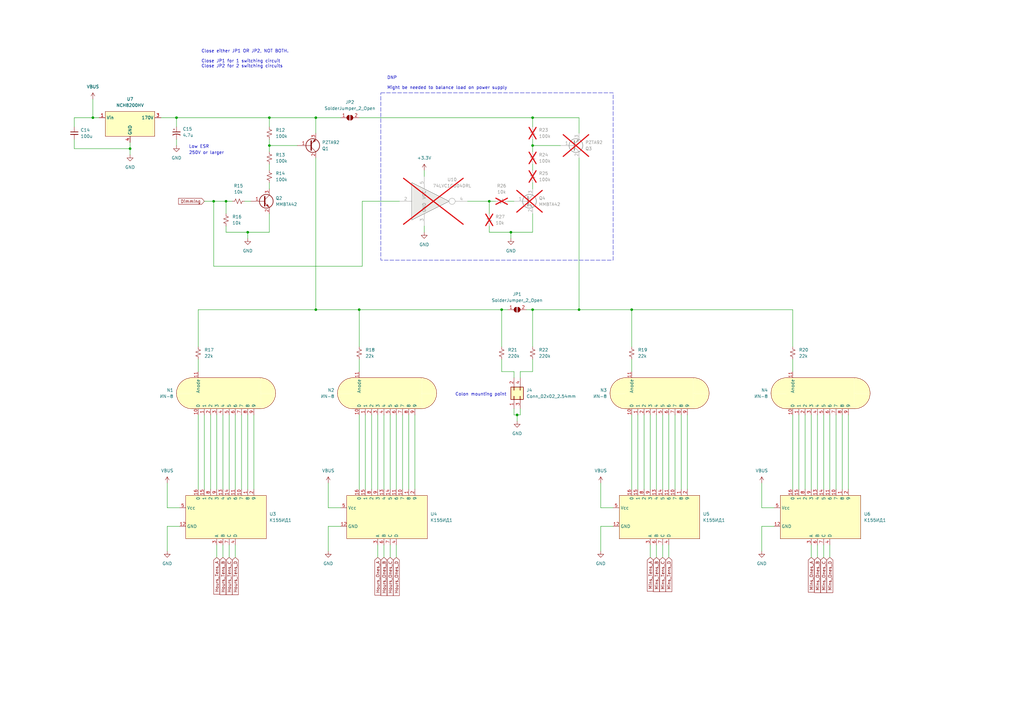
<source format=kicad_sch>
(kicad_sch (version 20230121) (generator eeschema)
  (paper "A3")
  (title_block (title "Nixie Tube Clock") (rev "2.0"))
  (lib_symbols
    (symbol "0_My_Symbols:NCH8200HV"
      (property "Reference" "U" (at 2.54 -2.54 0))
      (property "Value" "NCH8200HV" (at 2.54 -5.08 0))
      (symbol "NCH8200HV_1_1"
        (rectangle (start 2.54 -7.62) (end 22.86 -17.78) (fill (type background)))
        (pin power_in line (at 0 -10.16 0) (length 2.54) (name "Vin") (number "1"))
        (pin power_out line (at 12.7 -20.32 90) (length 2.54) hide (name "GND") (number "2"))
        (pin power_out line (at 25.4 -10.16 180) (length 2.54) (name "170V") (number "3"))
        (pin power_out line (at 12.7 -20.32 90) (length 2.54) (name "GND") (number "4"))
      )
    )
    (symbol "0_My_Symbols:ИN-8"
      (property "Reference" "N" (at 12.7 2.54 0))
      (property "Value" "ИN-8" (at 12.7 5.08 0))
      (symbol "ИN-8_1_1"
        (arc (start -19.05 -6.35) (mid -17.1887 -10.8387) (end -12.7 -12.7) (fill (type background)))
        (arc (start -12.7 0) (mid -17.1865 -1.8635) (end -19.05 -6.35) (fill (type background)))
        (rectangle (start -12.7 0) (end 15.24 -12.7) (stroke (width -0.0001)) (fill (type background)))
        (polyline (pts (xy 15.24 -12.7) (xy -12.7 -12.7)))
        (polyline (pts (xy 15.24 0) (xy -12.7 0)))
        (arc (start 15.24 -12.7) (mid 19.7286 -10.8386) (end 21.59 -6.35) (fill (type background)))
        (arc (start 21.59 -6.35) (mid 19.7287 -1.8613) (end 15.24 0) (fill (type background)))
        (pin output line (at -7.62 -15.24 90) (length 2.54) (name "1") (number "1"))
        (pin output line (at -10.16 -15.24 90) (length 2.54) (name "0") (number "10"))
        (pin input line (at -10.16 2.54 270) (length 2.54) (name "Anode") (number "11"))
        (pin output line (at -5.08 -15.24 90) (length 2.54) (name "2") (number "2"))
        (pin output line (at -2.54 -15.24 90) (length 2.54) (name "3") (number "3"))
        (pin output line (at 0 -15.24 90) (length 2.54) (name "4") (number "4"))
        (pin output line (at 2.54 -15.24 90) (length 2.54) (name "5") (number "5"))
        (pin output line (at 5.08 -15.24 90) (length 2.54) (name "6") (number "6"))
        (pin output line (at 7.62 -15.24 90) (length 2.54) (name "7") (number "7"))
        (pin output line (at 10.16 -15.24 90) (length 2.54) (name "8") (number "8"))
        (pin output line (at 12.7 -15.24 90) (length 2.54) (name "9") (number "9"))
      )
    )
    (symbol "0_My_Symbols:К155ИД1"
      (property "Reference" "U" (at 33.02 -10.16 0))
      (property "Value" "К155ИД1" (at 33.02 -12.7 0))
      (symbol "К155ИД1_1_1"
        (rectangle (start -2.54 -12.7) (end 30.48 -30.48) (fill (type background)))
        (pin input line (at 22.86 -10.16 270) (length 2.54) (name "8") (number "1"))
        (pin input line (at 20.32 -10.16 270) (length 2.54) (name "7") (number "10"))
        (pin input line (at 17.78 -10.16 270) (length 2.54) (name "6") (number "11"))
        (pin power_out line (at -5.08 -25.4 0) (length 2.54) (name "GND") (number "12"))
        (pin input line (at 12.7 -10.16 270) (length 2.54) (name "4") (number "13"))
        (pin input line (at 15.24 -10.16 270) (length 2.54) (name "5") (number "14"))
        (pin input line (at 5.08 -10.16 270) (length 2.54) (name "1") (number "15"))
        (pin input line (at 2.54 -10.16 270) (length 2.54) (name "0") (number "16"))
        (pin input line (at 25.4 -10.16 270) (length 2.54) (name "9") (number "2"))
        (pin input line (at 10.16 -33.02 90) (length 2.54) (name "A") (number "3"))
        (pin input line (at 17.78 -33.02 90) (length 2.54) (name "D") (number "4"))
        (pin power_in line (at -5.08 -17.78 0) (length 2.54) (name "Vcc") (number "5"))
        (pin input line (at 12.7 -33.02 90) (length 2.54) (name "B") (number "6"))
        (pin input line (at 15.24 -33.02 90) (length 2.54) (name "C") (number "7"))
        (pin input line (at 7.62 -10.16 270) (length 2.54) (name "2") (number "8"))
        (pin input line (at 10.16 -10.16 270) (length 2.54) (name "3") (number "9"))
      )
    )
    (symbol "74xGxx:74LVC1GU04DRL"
      (property "Reference" "U" (at -5.08 10.16 0))
      (property "Value" "74LVC1GU04DRL" (at 17.78 10.16 0))
      (symbol "74LVC1GU04DRL_0_1"
        (rectangle (start -5.08 7.62) (end -5.08 -7.62) (stroke (width 0.254)) (fill (type background)))
        (polyline (pts (xy -5.08 -7.62) (xy 10.16 0) (xy -5.08 7.62)) (stroke (width 0.254)) (fill (type background)))
        (circle (center 11.43 0) (radius 1.27))
      )
      (symbol "74LVC1GU04DRL_1_1"
        (pin no_connect line (at 10.16 0 180) (length 5.08) hide (name "NC") (number "1"))
        (pin input line (at -10.16 0 0) (length 5.08) (name "~") (number "2"))
        (pin power_in line (at 0 -10.16 90) (length 5.08) (name "GND") (number "3"))
        (pin output line (at 17.78 0 180) (length 5.08) (name "~") (number "4"))
        (pin power_in line (at 0 10.16 270) (length 5.08) (name "VCC") (number "5"))
      )
    )
    (symbol "Connector_Generic:Conn_02x02_Odd_Even" (pin_names (offset 1.016) hide)
      (property "Reference" "J" (at 1.27 2.54 0))
      (property "Value" "Conn_02x02_Odd_Even" (at 1.27 -5.08 0))
      (symbol "Conn_02x02_Odd_Even_1_1"
        (rectangle (start -1.27 -2.413) (end 0 -2.667) (stroke (width 0.1524)))
        (rectangle (start -1.27 0.127) (end 0 -0.127) (stroke (width 0.1524)))
        (rectangle (start -1.27 1.27) (end 3.81 -3.81) (stroke (width 0.254)) (fill (type background)))
        (rectangle (start 3.81 -2.413) (end 2.54 -2.667) (stroke (width 0.1524)))
        (rectangle (start 3.81 0.127) (end 2.54 -0.127) (stroke (width 0.1524)))
        (pin passive line (at -5.08 0 0) (length 3.81) (name "Pin_1") (number "1"))
        (pin passive line (at 7.62 0 180) (length 3.81) (name "Pin_2") (number "2"))
        (pin passive line (at -5.08 -2.54 0) (length 3.81) (name "Pin_3") (number "3"))
        (pin passive line (at 7.62 -2.54 180) (length 3.81) (name "Pin_4") (number "4"))
      )
    )
    (symbol "Device:C_Polarized_Small_US" (pin_numbers hide) (pin_names (offset 0.254) hide)
      (property "Reference" "C" (at 0.254 1.778 0))
      (property "Value" "C_Polarized_Small_US" (at 0.254 -2.032 0))
      (symbol "C_Polarized_Small_US_0_1"
        (polyline (pts (xy -1.524 0.508) (xy 1.524 0.508)) (stroke (width 0.3048)))
        (polyline (pts (xy -1.27 1.524) (xy -0.762 1.524)))
        (polyline (pts (xy -1.016 1.27) (xy -1.016 1.778)))
        (arc (start 1.524 -0.762) (mid 0 -0.3734) (end -1.524 -0.762) (stroke (width 0.3048)))
      )
      (symbol "C_Polarized_Small_US_1_1"
        (pin passive line (at 0 2.54 270) (length 2.032) (name "~") (number "1"))
        (pin passive line (at 0 -2.54 90) (length 2.032) (name "~") (number "2"))
      )
    )
    (symbol "Device:C_Small" (pin_numbers hide) (pin_names (offset 0.254) hide)
      (property "Reference" "C" (at 0.254 1.778 0))
      (property "Value" "C_Small" (at 0.254 -2.032 0))
      (symbol "C_Small_0_1"
        (polyline (pts (xy -1.524 -0.508) (xy 1.524 -0.508)) (stroke (width 0.3302)))
        (polyline (pts (xy -1.524 0.508) (xy 1.524 0.508)) (stroke (width 0.3048)))
      )
      (symbol "C_Small_1_1"
        (pin passive line (at 0 2.54 270) (length 2.032) (name "~") (number "1"))
        (pin passive line (at 0 -2.54 90) (length 2.032) (name "~") (number "2"))
      )
    )
    (symbol "Device:R_Small_US" (pin_numbers hide) (pin_names (offset 0.254) hide)
      (property "Reference" "R" (at 0.762 0.508 0))
      (property "Value" "R_Small_US" (at 0.762 -1.016 0))
      (symbol "R_Small_US_1_1"
        (polyline (pts (xy 0 0) (xy 1.016 -0.381) (xy 0 -0.762) (xy -1.016 -1.143) (xy 0 -1.524)))
        (polyline (pts (xy 0 1.524) (xy 1.016 1.143) (xy 0 0.762) (xy -1.016 0.381) (xy 0 0)))
        (pin passive line (at 0 2.54 270) (length 1.016) (name "~") (number "1"))
        (pin passive line (at 0 -2.54 90) (length 1.016) (name "~") (number "2"))
      )
    )
    (symbol "Jumper:SolderJumper_2_Open" (pin_names (offset 0) hide)
      (property "Reference" "JP" (at 0 2.032 0))
      (property "Value" "SolderJumper_2_Open" (at 0 -2.54 0))
      (symbol "SolderJumper_2_Open_0_1"
        (arc (start -0.254 1.016) (mid -1.2656 0) (end -0.254 -1.016))
        (arc (start -0.254 1.016) (mid -1.2656 0) (end -0.254 -1.016) (fill (type outline)))
        (polyline (pts (xy -0.254 1.016) (xy -0.254 -1.016)))
        (polyline (pts (xy 0.254 1.016) (xy 0.254 -1.016)))
        (arc (start 0.254 -1.016) (mid 1.2656 0) (end 0.254 1.016))
        (arc (start 0.254 -1.016) (mid 1.2656 0) (end 0.254 1.016) (fill (type outline)))
      )
      (symbol "SolderJumper_2_Open_1_1"
        (pin passive line (at -3.81 0 0) (length 2.54) (name "A") (number "1"))
        (pin passive line (at 3.81 0 180) (length 2.54) (name "B") (number "2"))
      )
    )
    (symbol "Transistor_BJT:MMBTA42" (pin_names (offset 0) hide)
      (property "Reference" "Q" (at 5.08 1.905 0))
      (property "Value" "MMBTA42" (at 5.08 0 0))
      (symbol "MMBTA42_0_1"
        (polyline (pts (xy 0 0) (xy 0.635 0)))
        (polyline (pts (xy 0.635 0.635) (xy 2.54 2.54)))
        (polyline (pts (xy 0.635 -0.635) (xy 2.54 -2.54) (xy 2.54 -2.54)))
        (polyline (pts (xy 0.635 1.905) (xy 0.635 -1.905) (xy 0.635 -1.905)) (stroke (width 0.508)))
        (polyline (pts (xy 1.27 -1.778) (xy 1.778 -1.27) (xy 2.286 -2.286) (xy 1.27 -1.778) (xy 1.27 -1.778)) (fill (type outline)))
        (circle (center 1.27 0) (radius 2.8194) (stroke (width 0.254)))
      )
      (symbol "MMBTA42_1_1"
        (pin input line (at -5.08 0 0) (length 5.08) (name "B") (number "1"))
        (pin passive line (at 2.54 -5.08 90) (length 2.54) (name "E") (number "2"))
        (pin passive line (at 2.54 5.08 270) (length 2.54) (name "C") (number "3"))
      )
    )
    (symbol "Transistor_BJT:PZTA92" (pin_names (offset 0) hide)
      (property "Reference" "Q" (at 5.08 1.905 0))
      (property "Value" "PZTA92" (at 5.08 0 0))
      (symbol "PZTA92_0_1"
        (polyline (pts (xy 0 0) (xy 0.635 0)))
        (polyline (pts (xy 2.54 -2.54) (xy 0.635 -0.635)))
        (polyline (pts (xy 2.54 2.54) (xy 0.635 0.635)))
        (polyline (pts (xy 0.635 1.905) (xy 0.635 -1.905) (xy 0.635 -1.905)) (stroke (width 0.508)) (fill (type outline)))
        (polyline (pts (xy 1.905 -2.413) (xy 2.413 -1.905) (xy 1.397 -1.397) (xy 1.905 -2.413) (xy 1.905 -2.413)) (fill (type outline)))
        (circle (center 1.27 0) (radius 2.8194) (stroke (width 0.254)))
      )
      (symbol "PZTA92_1_1"
        (pin input line (at -5.08 0 0) (length 5.08) (name "B") (number "1"))
        (pin passive line (at 2.54 5.08 270) (length 2.54) (name "C") (number "2"))
        (pin passive line (at 2.54 -5.08 90) (length 2.54) (name "E") (number "3"))
      )
    )
    (symbol "power:+3.3V" (power) (pin_names (offset 0))
      (property "Value" "+3.3V" (at 0 3.556 0))
      (symbol "+3.3V_0_1"
        (polyline (pts (xy -0.762 1.27) (xy 0 2.54)))
        (polyline (pts (xy 0 0) (xy 0 2.54)))
        (polyline (pts (xy 0 2.54) (xy 0.762 1.27)))
      )
      (symbol "+3.3V_1_1"
        (pin power_in line (at 0 0 90) (length 0) hide (name "+3.3V") (number "1"))
      )
    )
    (symbol "power:GND" (power) (pin_names (offset 0))
      (property "Value" "GND" (at 0 -3.81 0))
      (symbol "GND_0_1"
        (polyline (pts (xy 0 0) (xy 0 -1.27) (xy 1.27 -1.27) (xy 0 -2.54) (xy -1.27 -1.27) (xy 0 -1.27)))
      )
      (symbol "GND_1_1"
        (pin power_in line (at 0 0 270) (length 0) hide (name "GND") (number "1"))
      )
    )
    (symbol "power:VBUS" (power) (pin_names (offset 0))
      (property "Value" "VBUS" (at 0 3.81 0))
      (symbol "VBUS_0_1"
        (polyline (pts (xy -0.762 1.27) (xy 0 2.54)))
        (polyline (pts (xy 0 0) (xy 0 2.54)))
        (polyline (pts (xy 0 2.54) (xy 0.762 1.27)))
      )
      (symbol "VBUS_1_1"
        (pin power_in line (at 0 0 90) (length 0) hide (name "VBUS") (number "1"))
      )
    )
  )
  (junction (at 147.32 127))
  (junction (at 53.34 60.96))
  (junction (at 209.55 95.25))
  (junction (at 101.6 95.25))
  (junction (at 205.74 127))
  (junction (at 218.44 59.69))
  (junction (at 110.49 59.69))
  (junction (at 259.08 127))
  (junction (at 129.54 127))
  (junction (at 218.44 48.26))
  (junction (at 237.49 127))
  (junction (at 200.66 82.55))
  (junction (at 212.09 170.18))
  (junction (at 129.54 48.26))
  (junction (at 38.1 48.26))
  (junction (at 92.71 82.55))
  (junction (at 110.49 48.26))
  (junction (at 218.44 127))
  (junction (at 87.63 82.55))
  (junction (at 72.39 48.26))
  (wire (pts (xy 274.32 223.52) (xy 274.32 228.6)))
  (wire (pts (xy 91.44 170.18) (xy 91.44 200.66)))
  (wire (pts (xy 330.2 170.18) (xy 330.2 200.66)))
  (wire (pts (xy 38.1 48.26) (xy 38.1 40.64)))
  (wire (pts (xy 96.52 223.52) (xy 96.52 228.6)))
  (wire (pts (xy 53.34 58.42) (xy 53.34 60.96)))
  (wire (pts (xy 92.71 82.55) (xy 92.71 87.63)))
  (wire (pts (xy 134.62 198.12) (xy 134.62 208.28)))
  (wire (pts (xy 110.49 48.26) (xy 110.49 52.07)))
  (wire (pts (xy 325.12 170.18) (xy 325.12 200.66)))
  (wire (pts (xy 72.39 48.26) (xy 110.49 48.26)))
  (wire (pts (xy 96.52 170.18) (xy 96.52 200.66)))
  (wire (pts (xy 335.28 170.18) (xy 335.28 200.66)))
  (wire (pts (xy 87.63 109.22) (xy 87.63 82.55)))
  (wire (pts (xy 218.44 67.31) (xy 218.44 69.85)))
  (wire (pts (xy 147.32 48.26) (xy 218.44 48.26)))
  (wire (pts (xy 100.33 82.55) (xy 102.87 82.55)))
  (wire (pts (xy 73.66 208.28) (xy 68.58 208.28)))
  (wire (pts (xy 259.08 170.18) (xy 259.08 200.66)))
  (wire (pts (xy 148.59 82.55) (xy 148.59 109.22)))
  (wire (pts (xy 218.44 87.63) (xy 218.44 95.25)))
  (wire (pts (xy 83.82 82.55) (xy 87.63 82.55)))
  (wire (pts (xy 40.64 48.26) (xy 38.1 48.26)))
  (wire (pts (xy 88.9 170.18) (xy 88.9 200.66)))
  (wire (pts (xy 218.44 59.69) (xy 218.44 62.23)))
  (wire (pts (xy 259.08 142.24) (xy 259.08 127)))
  (wire (pts (xy 212.09 170.18) (xy 212.09 172.72)))
  (wire (pts (xy 160.02 170.18) (xy 160.02 200.66)))
  (wire (pts (xy 269.24 223.52) (xy 269.24 228.6)))
  (wire (pts (xy 340.36 170.18) (xy 340.36 200.66)))
  (wire (pts (xy 30.48 48.26) (xy 38.1 48.26)))
  (wire (pts (xy 68.58 215.9) (xy 68.58 226.06)))
  (wire (pts (xy 210.82 170.18) (xy 212.09 170.18)))
  (wire (pts (xy 209.55 95.25) (xy 200.66 95.25)))
  (wire (pts (xy 110.49 67.31) (xy 110.49 69.85)))
  (wire (pts (xy 110.49 59.69) (xy 110.49 62.23)))
  (wire (pts (xy 68.58 198.12) (xy 68.58 208.28)))
  (wire (pts (xy 129.54 127) (xy 81.28 127)))
  (wire (pts (xy 129.54 48.26) (xy 129.54 54.61)))
  (wire (pts (xy 200.66 95.25) (xy 200.66 92.71)))
  (wire (pts (xy 210.82 152.4) (xy 205.74 152.4)))
  (wire (pts (xy 274.32 170.18) (xy 274.32 200.66)))
  (wire (pts (xy 167.64 170.18) (xy 167.64 200.66)))
  (wire (pts (xy 104.14 170.18) (xy 104.14 200.66)))
  (wire (pts (xy 251.46 215.9) (xy 246.38 215.9)))
  (wire (pts (xy 237.49 127) (xy 259.08 127)))
  (wire (pts (xy 208.28 82.55) (xy 210.82 82.55)))
  (wire (pts (xy 317.5 208.28) (xy 312.42 208.28)))
  (wire (pts (xy 129.54 48.26) (xy 139.7 48.26)))
  (wire (pts (xy 81.28 170.18) (xy 81.28 200.66)))
  (wire (pts (xy 162.56 170.18) (xy 162.56 200.66)))
  (wire (pts (xy 266.7 223.52) (xy 266.7 228.6)))
  (wire (pts (xy 101.6 95.25) (xy 101.6 97.79)))
  (wire (pts (xy 30.48 57.15) (xy 30.48 60.96)))
  (wire (pts (xy 86.36 170.18) (xy 86.36 200.66)))
  (wire (pts (xy 325.12 127) (xy 325.12 142.24)))
  (wire (pts (xy 205.74 142.24) (xy 205.74 127)))
  (wire (pts (xy 218.44 127) (xy 237.49 127)))
  (wire (pts (xy 237.49 64.77) (xy 237.49 127)))
  (wire (pts (xy 205.74 147.32) (xy 205.74 152.4)))
  (wire (pts (xy 218.44 48.26) (xy 237.49 48.26)))
  (wire (pts (xy 271.78 223.52) (xy 271.78 228.6)))
  (wire (pts (xy 72.39 48.26) (xy 72.39 52.07)))
  (wire (pts (xy 101.6 170.18) (xy 101.6 200.66)))
  (wire (pts (xy 139.7 215.9) (xy 134.62 215.9)))
  (wire (pts (xy 215.9 127) (xy 218.44 127)))
  (wire (pts (xy 340.36 223.52) (xy 340.36 228.6)))
  (wire (pts (xy 218.44 74.93) (xy 218.44 77.47)))
  (wire (pts (xy 210.82 154.94) (xy 210.82 152.4)))
  (wire (pts (xy 229.87 59.69) (xy 218.44 59.69)))
  (wire (pts (xy 129.54 127) (xy 147.32 127)))
  (wire (pts (xy 95.25 82.55) (xy 92.71 82.55)))
  (wire (pts (xy 121.92 59.69) (xy 110.49 59.69)))
  (wire (pts (xy 93.98 170.18) (xy 93.98 200.66)))
  (wire (pts (xy 91.44 223.52) (xy 91.44 228.6)))
  (wire (pts (xy 81.28 127) (xy 81.28 142.24)))
  (wire (pts (xy 129.54 64.77) (xy 129.54 127)))
  (wire (pts (xy 134.62 215.9) (xy 134.62 226.06)))
  (wire (pts (xy 203.2 82.55) (xy 200.66 82.55)))
  (wire (pts (xy 327.66 170.18) (xy 327.66 200.66)))
  (wire (pts (xy 87.63 82.55) (xy 92.71 82.55)))
  (wire (pts (xy 246.38 215.9) (xy 246.38 226.06)))
  (wire (pts (xy 110.49 48.26) (xy 129.54 48.26)))
  (wire (pts (xy 110.49 74.93) (xy 110.49 77.47)))
  (wire (pts (xy 276.86 170.18) (xy 276.86 200.66)))
  (wire (pts (xy 325.12 147.32) (xy 325.12 152.4)))
  (wire (pts (xy 101.6 95.25) (xy 92.71 95.25)))
  (wire (pts (xy 212.09 170.18) (xy 213.36 170.18)))
  (wire (pts (xy 83.82 170.18) (xy 83.82 200.66)))
  (wire (pts (xy 66.04 48.26) (xy 72.39 48.26)))
  (wire (pts (xy 213.36 167.64) (xy 213.36 170.18)))
  (wire (pts (xy 88.9 223.52) (xy 88.9 228.6)))
  (wire (pts (xy 101.6 95.25) (xy 110.49 95.25)))
  (wire (pts (xy 213.36 152.4) (xy 218.44 152.4)))
  (wire (pts (xy 163.83 82.55) (xy 148.59 82.55)))
  (wire (pts (xy 279.4 170.18) (xy 279.4 200.66)))
  (wire (pts (xy 147.32 147.32) (xy 147.32 152.4)))
  (wire (pts (xy 154.94 170.18) (xy 154.94 200.66)))
  (wire (pts (xy 149.86 170.18) (xy 149.86 200.66)))
  (wire (pts (xy 191.77 82.55) (xy 200.66 82.55)))
  (wire (pts (xy 213.36 154.94) (xy 213.36 152.4)))
  (wire (pts (xy 259.08 147.32) (xy 259.08 152.4)))
  (wire (pts (xy 337.82 223.52) (xy 337.82 228.6)))
  (wire (pts (xy 160.02 223.52) (xy 160.02 228.6)))
  (wire (pts (xy 317.5 215.9) (xy 312.42 215.9)))
  (wire (pts (xy 261.62 170.18) (xy 261.62 200.66)))
  (wire (pts (xy 218.44 48.26) (xy 218.44 52.07)))
  (wire (pts (xy 345.44 170.18) (xy 345.44 200.66)))
  (wire (pts (xy 110.49 87.63) (xy 110.49 95.25)))
  (wire (pts (xy 312.42 215.9) (xy 312.42 226.06)))
  (wire (pts (xy 154.94 223.52) (xy 154.94 228.6)))
  (wire (pts (xy 200.66 82.55) (xy 200.66 87.63)))
  (wire (pts (xy 157.48 223.52) (xy 157.48 228.6)))
  (wire (pts (xy 173.99 69.85) (xy 173.99 72.39)))
  (wire (pts (xy 148.59 109.22) (xy 87.63 109.22)))
  (wire (pts (xy 30.48 60.96) (xy 53.34 60.96)))
  (wire (pts (xy 237.49 48.26) (xy 237.49 54.61)))
  (wire (pts (xy 139.7 208.28) (xy 134.62 208.28)))
  (wire (pts (xy 53.34 63.5) (xy 53.34 60.96)))
  (wire (pts (xy 93.98 223.52) (xy 93.98 228.6)))
  (wire (pts (xy 92.71 95.25) (xy 92.71 92.71)))
  (wire (pts (xy 162.56 223.52) (xy 162.56 228.6)))
  (wire (pts (xy 269.24 170.18) (xy 269.24 200.66)))
  (wire (pts (xy 264.16 170.18) (xy 264.16 200.66)))
  (wire (pts (xy 342.9 170.18) (xy 342.9 200.66)))
  (wire (pts (xy 147.32 170.18) (xy 147.32 200.66)))
  (wire (pts (xy 218.44 59.69) (xy 218.44 57.15)))
  (wire (pts (xy 281.94 170.18) (xy 281.94 200.66)))
  (wire (pts (xy 332.74 223.52) (xy 332.74 228.6)))
  (wire (pts (xy 210.82 167.64) (xy 210.82 170.18)))
  (wire (pts (xy 30.48 52.07) (xy 30.48 48.26)))
  (wire (pts (xy 312.42 198.12) (xy 312.42 208.28)))
  (wire (pts (xy 337.82 170.18) (xy 337.82 200.66)))
  (wire (pts (xy 170.18 170.18) (xy 170.18 200.66)))
  (wire (pts (xy 73.66 215.9) (xy 68.58 215.9)))
  (wire (pts (xy 209.55 95.25) (xy 209.55 97.79)))
  (wire (pts (xy 152.4 170.18) (xy 152.4 200.66)))
  (wire (pts (xy 347.98 170.18) (xy 347.98 200.66)))
  (wire (pts (xy 205.74 127) (xy 208.28 127)))
  (wire (pts (xy 147.32 127) (xy 147.32 142.24)))
  (wire (pts (xy 335.28 223.52) (xy 335.28 228.6)))
  (wire (pts (xy 99.06 170.18) (xy 99.06 200.66)))
  (wire (pts (xy 259.08 127) (xy 325.12 127)))
  (wire (pts (xy 173.99 92.71) (xy 173.99 95.25)))
  (wire (pts (xy 266.7 170.18) (xy 266.7 200.66)))
  (wire (pts (xy 251.46 208.28) (xy 246.38 208.28)))
  (wire (pts (xy 271.78 170.18) (xy 271.78 200.66)))
  (wire (pts (xy 147.32 127) (xy 205.74 127)))
  (wire (pts (xy 157.48 170.18) (xy 157.48 200.66)))
  (wire (pts (xy 72.39 57.15) (xy 72.39 59.69)))
  (wire (pts (xy 246.38 198.12) (xy 246.38 208.28)))
  (wire (pts (xy 209.55 95.25) (xy 218.44 95.25)))
  (wire (pts (xy 218.44 142.24) (xy 218.44 127)))
  (wire (pts (xy 165.1 170.18) (xy 165.1 200.66)))
  (wire (pts (xy 81.28 147.32) (xy 81.28 152.4)))
  (wire (pts (xy 332.74 170.18) (xy 332.74 200.66)))
  (wire (pts (xy 110.49 59.69) (xy 110.49 57.15)))
  (wire (pts (xy 218.44 147.32) (xy 218.44 152.4)))
  (rectangle (start 156.21 38.1) (end 251.46 106.68) (stroke (width 0) (type dash)))
  (text "Colon mounting point" (at 186.69 162.56 0) (effects (font (size 1.27 1.27)) (justify left bottom)))
  (text "250V or larger" (at 77.47 63.5 0) (effects (font (size 1.27 1.27)) (justify left bottom)))
  (text "Close either JP1 OR JP2, NOT BOTH.\n\nClose JP1 for 1 switching circuit\nClose JP2 for 2 switching circuits" (at 82.55 27.94 0) (effects (font (size 1.27 1.27)) (justify left bottom)))
  (text "DNP\n\nMight be needed to balance load on power supply" (at 158.75 36.83 0) (effects (font (size 1.27 1.27)) (justify left bottom)))
  (text "Low ESR" (at 77.47 60.96 0) (effects (font (size 1.27 1.27)) (justify left bottom)))
  (global_label "Mins_Tens_D" (shape input) (at 274.32 228.6 270) (property "Intersheetrefs" "${INTERSHEET_REFS}" (effects hide)))
  (global_label "Hours_Ones_C" (shape input) (at 160.02 228.6 270) (property "Intersheetrefs" "${INTERSHEET_REFS}" (effects hide)))
  (global_label "Mins_Ones_A" (shape input) (at 332.74 228.6 270) (property "Intersheetrefs" "${INTERSHEET_REFS}" (effects hide)))
  (global_label "Mins_Ones_C" (shape input) (at 337.82 228.6 270) (property "Intersheetrefs" "${INTERSHEET_REFS}" (effects hide)))
  (global_label "Hours_Tens_A" (shape input) (at 88.9 228.6 270) (property "Intersheetrefs" "${INTERSHEET_REFS}" (effects hide)))
  (global_label "Mins_Ones_D" (shape input) (at 340.36 228.6 270) (property "Intersheetrefs" "${INTERSHEET_REFS}" (effects hide)))
  (global_label "Mins_Tens_A" (shape input) (at 266.7 228.6 270) (property "Intersheetrefs" "${INTERSHEET_REFS}" (effects hide)))
  (global_label "Hours_Ones_A" (shape input) (at 154.94 228.6 270) (property "Intersheetrefs" "${INTERSHEET_REFS}" (effects hide)))
  (global_label "Mins_Ones_B" (shape input) (at 335.28 228.6 270) (property "Intersheetrefs" "${INTERSHEET_REFS}" (effects hide)))
  (global_label "Hours_Ones_B" (shape input) (at 157.48 228.6 270) (property "Intersheetrefs" "${INTERSHEET_REFS}" (effects hide)))
  (global_label "Hours_Tens_B" (shape input) (at 91.44 228.6 270) (property "Intersheetrefs" "${INTERSHEET_REFS}" (effects hide)))
  (global_label "Hours_Tens_C" (shape input) (at 93.98 228.6 270) (property "Intersheetrefs" "${INTERSHEET_REFS}" (effects hide)))
  (global_label "Dimming" (shape input) (at 83.82 82.55 180) (property "Intersheetrefs" "${INTERSHEET_REFS}" (effects hide)))
  (global_label "Mins_Tens_C" (shape input) (at 271.78 228.6 270) (property "Intersheetrefs" "${INTERSHEET_REFS}" (effects hide)))
  (global_label "Hours_Ones_D" (shape input) (at 162.56 228.6 270) (property "Intersheetrefs" "${INTERSHEET_REFS}" (effects hide)))
  (global_label "Hours_Tens_D" (shape input) (at 96.52 228.6 270) (property "Intersheetrefs" "${INTERSHEET_REFS}" (effects hide)))
  (global_label "Mins_Tens_B" (shape input) (at 269.24 228.6 270) (property "Intersheetrefs" "${INTERSHEET_REFS}" (effects hide)))
  (symbol (lib_id "Transistor_BJT:PZTA92") (at 234.95 59.69 0) (mirror x) (unit 1) (dnp yes)
    (property "Reference" "Q3" (at 240.03 60.96 0) (effects (justify left)))
    (property "Value" "PZTA92" (at 240.03 58.42 0) (effects (justify left)))
    (property "Footprint" "Package_TO_SOT_SMD:SOT-223-3_TabPin2" (effects hide))
    (property "Datasheet" "https://www.onsemi.com/pub/Collateral/PZTA92T1-D.PDF" (effects hide))
  )
  (symbol (lib_id "Device:R_Small_US") (at 110.49 72.39 0) (unit 1)
    (property "Reference" "R14" (at 113.03 71.12 0) (effects (justify left)))
    (property "Value" "100k" (at 113.03 73.66 0) (effects (justify left)))
  )
  (symbol (lib_id "Device:R_Small_US") (at 200.66 90.17 0) (unit 1) (dnp yes)
    (property "Reference" "R27" (at 203.2 88.9 0) (effects (justify left)))
    (property "Value" "10k" (at 203.2 91.44 0) (effects (justify left)))
  )
  (symbol (lib_id "power:GND") (at 173.99 95.25 0) (unit 1)
    (property "Reference" "#PWR04" (effects hide))
    (property "Value" "GND" (at 173.99 100.33 0))
    (instances (project "Nixie Clock v2" (path "" (reference "#PWR04") (unit 1)) (path "" (reference "#PWR04") (unit 1)) (path "" (reference "#PWR046") (unit 1))))
  )
  (symbol (lib_id "0_My_Symbols:К155ИД1") (at 256.54 190.5 0) (unit 1)
    (property "Reference" "U5" (at 288.29 210.82 0) (effects (justify left)))
    (property "Value" "К155ИД1" (at 288.29 213.36 0) (effects (justify left)))
  )
  (symbol (lib_id "power:GND") (at 101.6 97.79 0) (unit 1)
    (property "Reference" "#PWR04" (effects hide))
    (property "Value" "GND" (at 101.6 102.87 0))
    (instances (project "Nixie Clock v2" (path "" (reference "#PWR04") (unit 1)) (path "" (reference "#PWR04") (unit 1)) (path "" (reference "#PWR041") (unit 1))))
  )
  (symbol (lib_id "0_My_Symbols:К155ИД1") (at 322.58 190.5 0) (unit 1)
    (property "Reference" "U6" (at 354.33 210.82 0) (effects (justify left)))
    (property "Value" "К155ИД1" (at 354.33 213.36 0) (effects (justify left)))
  )
  (symbol (lib_id "power:VBUS") (at 68.58 198.12 0) (unit 1)
    (property "Reference" "#PWR010" (effects hide))
    (property "Value" "VBUS" (at 68.58 193.04 0))
    (instances (project "Nixie Clock v2" (path "" (reference "#PWR010") (unit 1)) (path "" (reference "#PWR010") (unit 1)) (path "" (reference "#PWR020") (unit 1))))
  )
  (symbol (lib_id "0_My_Symbols:К155ИД1") (at 144.78 190.5 0) (unit 1)
    (property "Reference" "U4" (at 176.53 210.82 0) (effects (justify left)))
    (property "Value" "К155ИД1" (at 176.53 213.36 0) (effects (justify left)))
  )
  (symbol (lib_id "Transistor_BJT:MMBTA42") (at 215.9 82.55 0) (unit 1) (dnp yes)
    (property "Reference" "Q4" (at 220.98 81.28 0) (effects (justify left)))
    (property "Value" "MMBTA42" (at 220.98 83.82 0) (effects (justify left)))
    (property "Footprint" "Package_TO_SOT_SMD:SOT-23" (effects hide))
    (property "Datasheet" "https://www.onsemi.com/pub/Collateral/MMBTA42LT1-D.PDF" (effects hide))
  )
  (symbol (lib_id "power:GND") (at 212.09 172.72 0) (unit 1)
    (property "Reference" "#PWR04" (effects hide))
    (property "Value" "GND" (at 212.09 177.8 0))
    (instances (project "Nixie Clock v2" (path "" (reference "#PWR04") (unit 1)) (path "" (reference "#PWR04") (unit 1)) (path "" (reference "#PWR044") (unit 1))))
  )
  (symbol (lib_id "Device:R_Small_US") (at 259.08 144.78 0) (unit 1)
    (property "Reference" "R19" (at 261.62 143.51 0) (effects (justify left)))
    (property "Value" "22k" (at 261.62 146.05 0) (effects (justify left)))
  )
  (symbol (lib_id "power:GND") (at 246.38 226.06 0) (unit 1)
    (property "Reference" "#PWR04" (effects hide))
    (property "Value" "GND" (at 246.38 231.14 0))
    (instances (project "Nixie Clock v2" (path "" (reference "#PWR04") (unit 1)) (path "" (reference "#PWR04") (unit 1)) (path "" (reference "#PWR025") (unit 1))))
  )
  (symbol (lib_id "power:GND") (at 209.55 97.79 0) (unit 1)
    (property "Reference" "#PWR04" (effects hide))
    (property "Value" "GND" (at 209.55 102.87 0))
    (instances (project "Nixie Clock v2" (path "" (reference "#PWR04") (unit 1)) (path "" (reference "#PWR04") (unit 1)) (path "" (reference "#PWR045") (unit 1))))
  )
  (symbol (lib_id "Device:R_Small_US") (at 81.28 144.78 0) (unit 1)
    (property "Reference" "R17" (at 83.82 143.51 0) (effects (justify left)))
    (property "Value" "22k" (at 83.82 146.05 0) (effects (justify left)))
  )
  (symbol (lib_id "power:VBUS") (at 312.42 198.12 0) (unit 1)
    (property "Reference" "#PWR010" (effects hide))
    (property "Value" "VBUS" (at 312.42 193.04 0))
    (instances (project "Nixie Clock v2" (path "" (reference "#PWR010") (unit 1)) (path "" (reference "#PWR010") (unit 1)) (path "" (reference "#PWR026") (unit 1))))
  )
  (symbol (lib_id "0_My_Symbols:ИN-8") (at 269.24 154.94 0) (unit 1)
    (property "Reference" "N3" (at 248.92 160.02 0) (effects (justify right)))
    (property "Value" "ИN-8" (at 248.92 162.56 0) (effects (justify right)))
  )
  (symbol (lib_id "Device:R_Small_US") (at 218.44 54.61 0) (unit 1) (dnp yes)
    (property "Reference" "R23" (at 220.98 53.34 0) (effects (justify left)))
    (property "Value" "100k" (at 220.98 55.88 0) (effects (justify left)))
  )
  (symbol (lib_id "Device:R_Small_US") (at 97.79 82.55 90) (unit 1)
    (property "Reference" "R15" (at 97.79 76.2 90))
    (property "Value" "10k" (at 97.79 78.74 90))
  )
  (symbol (lib_id "Connector_Generic:Conn_02x02_Odd_Even") (at 210.82 162.56 90) (unit 1)
    (property "Reference" "J4" (at 215.9 160.02 90) (effects (justify right)))
    (property "Value" "Conn_02x02_2.54mm" (at 215.9 162.56 90) (effects (justify right)))
  )
  (symbol (lib_id "power:GND") (at 53.34 63.5 0) (unit 1)
    (property "Reference" "#PWR04" (effects hide))
    (property "Value" "GND" (at 53.34 68.58 0))
    (instances (project "Nixie Clock v2" (path "" (reference "#PWR04") (unit 1)) (path "" (reference "#PWR04") (unit 1)) (path "" (reference "#PWR029") (unit 1))))
  )
  (symbol (lib_id "power:VBUS") (at 38.1 40.64 0) (unit 1)
    (property "Reference" "#PWR010" (effects hide))
    (property "Value" "VBUS" (at 38.1 35.56 0))
    (instances (project "Nixie Clock v2" (path "" (reference "#PWR010") (unit 1)) (path "" (reference "#PWR010") (unit 1)) (path "" (reference "#PWR028") (unit 1))))
  )
  (symbol (lib_id "Device:R_Small_US") (at 205.74 82.55 90) (unit 1) (dnp yes)
    (property "Reference" "R26" (at 205.74 76.2 90))
    (property "Value" "10k" (at 205.74 78.74 90))
  )
  (symbol (lib_id "0_My_Symbols:К155ИД1") (at 78.74 190.5 0) (unit 1)
    (property "Reference" "U3" (at 110.49 210.82 0) (effects (justify left)))
    (property "Value" "К155ИД1" (at 110.49 213.36 0) (effects (justify left)))
  )
  (symbol (lib_id "Device:C_Polarized_Small_US") (at 72.39 54.61 0) (unit 1)
    (property "Reference" "C15" (at 74.93 52.9082 0) (effects (justify left)))
    (property "Value" "4.7u" (at 74.93 55.4482 0) (effects (justify left)))
  )
  (symbol (lib_id "0_My_Symbols:ИN-8") (at 335.28 154.94 0) (unit 1)
    (property "Reference" "N4" (at 314.96 160.02 0) (effects (justify right)))
    (property "Value" "ИN-8" (at 314.96 162.56 0) (effects (justify right)))
  )
  (symbol (lib_id "Transistor_BJT:PZTA92") (at 127 59.69 0) (mirror x) (unit 1)
    (property "Reference" "Q1" (at 132.08 60.96 0) (effects (justify left)))
    (property "Value" "PZTA92" (at 132.08 58.42 0) (effects (justify left)))
    (property "Footprint" "Package_TO_SOT_SMD:SOT-223-3_TabPin2" (effects hide))
    (property "Datasheet" "https://www.onsemi.com/pub/Collateral/PZTA92T1-D.PDF" (effects hide))
  )
  (symbol (lib_id "0_My_Symbols:ИN-8") (at 157.48 154.94 0) (unit 1)
    (property "Reference" "N2" (at 137.16 160.02 0) (effects (justify right)))
    (property "Value" "ИN-8" (at 137.16 162.56 0) (effects (justify right)))
  )
  (symbol (lib_id "Device:R_Small_US") (at 218.44 144.78 0) (unit 1)
    (property "Reference" "R22" (at 220.98 143.51 0) (effects (justify left)))
    (property "Value" "220k" (at 220.98 146.05 0) (effects (justify left)))
  )
  (symbol (lib_id "Jumper:SolderJumper_2_Open") (at 143.51 48.26 0) (unit 1)
    (property "Reference" "JP2" (at 143.51 41.91 0))
    (property "Value" "SolderJumper_2_Open" (at 143.51 44.45 0))
  )
  (symbol (lib_id "Device:R_Small_US") (at 205.74 144.78 0) (unit 1)
    (property "Reference" "R21" (at 208.28 143.51 0) (effects (justify left)))
    (property "Value" "220k" (at 208.28 146.05 0) (effects (justify left)))
  )
  (symbol (lib_id "Device:R_Small_US") (at 218.44 64.77 0) (unit 1) (dnp yes)
    (property "Reference" "R24" (at 220.98 63.5 0) (effects (justify left)))
    (property "Value" "100k" (at 220.98 66.04 0) (effects (justify left)))
  )
  (symbol (lib_id "Device:R_Small_US") (at 110.49 54.61 0) (unit 1)
    (property "Reference" "R12" (at 113.03 53.34 0) (effects (justify left)))
    (property "Value" "100k" (at 113.03 55.88 0) (effects (justify left)))
  )
  (symbol (lib_id "power:GND") (at 134.62 226.06 0) (unit 1)
    (property "Reference" "#PWR04" (effects hide))
    (property "Value" "GND" (at 134.62 231.14 0))
    (instances (project "Nixie Clock v2" (path "" (reference "#PWR04") (unit 1)) (path "" (reference "#PWR04") (unit 1)) (path "" (reference "#PWR023") (unit 1))))
  )
  (symbol (lib_id "Device:R_Small_US") (at 325.12 144.78 0) (unit 1)
    (property "Reference" "R20" (at 327.66 143.51 0) (effects (justify left)))
    (property "Value" "22k" (at 327.66 146.05 0) (effects (justify left)))
  )
  (symbol (lib_id "0_My_Symbols:NCH8200HV") (at 40.64 38.1 0) (unit 1)
    (property "Reference" "U7" (at 53.34 40.64 0))
    (property "Value" "NCH8200HV" (at 53.34 43.18 0))
  )
  (symbol (lib_id "power:VBUS") (at 134.62 198.12 0) (unit 1)
    (property "Reference" "#PWR010" (effects hide))
    (property "Value" "VBUS" (at 134.62 193.04 0))
    (instances (project "Nixie Clock v2" (path "" (reference "#PWR010") (unit 1)) (path "" (reference "#PWR010") (unit 1)) (path "" (reference "#PWR022") (unit 1))))
  )
  (symbol (lib_id "Device:R_Small_US") (at 92.71 90.17 0) (unit 1)
    (property "Reference" "R16" (at 95.25 88.9 0) (effects (justify left)))
    (property "Value" "10k" (at 95.25 91.44 0) (effects (justify left)))
  )
  (symbol (lib_id "Transistor_BJT:MMBTA42") (at 107.95 82.55 0) (unit 1)
    (property "Reference" "Q2" (at 113.03 81.28 0) (effects (justify left)))
    (property "Value" "MMBTA42" (at 113.03 83.82 0) (effects (justify left)))
    (property "Footprint" "Package_TO_SOT_SMD:SOT-23" (effects hide))
    (property "Datasheet" "https://www.onsemi.com/pub/Collateral/MMBTA42LT1-D.PDF" (effects hide))
  )
  (symbol (lib_id "Device:R_Small_US") (at 147.32 144.78 0) (unit 1)
    (property "Reference" "R18" (at 149.86 143.51 0) (effects (justify left)))
    (property "Value" "22k" (at 149.86 146.05 0) (effects (justify left)))
  )
  (symbol (lib_id "Device:R_Small_US") (at 110.49 64.77 0) (unit 1)
    (property "Reference" "R13" (at 113.03 63.5 0) (effects (justify left)))
    (property "Value" "100k" (at 113.03 66.04 0) (effects (justify left)))
  )
  (symbol (lib_id "Jumper:SolderJumper_2_Open") (at 212.09 127 0) (unit 1)
    (property "Reference" "JP1" (at 212.09 120.65 0))
    (property "Value" "SolderJumper_2_Open" (at 212.09 123.19 0))
  )
  (symbol (lib_id "Device:C_Small") (at 30.48 54.61 0) (unit 1)
    (property "Reference" "C14" (at 33.02 53.3463 0) (effects (justify left)))
    (property "Value" "100u" (at 33.02 55.8863 0) (effects (justify left)))
  )
  (symbol (lib_id "power:GND") (at 72.39 59.69 0) (unit 1)
    (property "Reference" "#PWR04" (effects hide))
    (property "Value" "GND" (at 72.39 64.77 0))
    (instances (project "Nixie Clock v2" (path "" (reference "#PWR04") (unit 1)) (path "" (reference "#PWR04") (unit 1)) (path "" (reference "#PWR030") (unit 1))))
  )
  (symbol (lib_id "74xGxx:74LVC1GU04DRL") (at 173.99 82.55 0) (unit 1) (dnp yes)
    (property "Reference" "U10" (at 185.42 73.66 0))
    (property "Value" "74LVC1GU04DRL" (at 185.42 76.2 0))
    (property "Footprint" "Package_TO_SOT_SMD:SOT-553" (effects hide))
    (property "Datasheet" "http://www.ti.com/lit/ds/symlink/sn74lvc1gu04.pdf" (effects hide))
  )
  (symbol (lib_id "power:GND") (at 312.42 226.06 0) (unit 1)
    (property "Reference" "#PWR04" (effects hide))
    (property "Value" "GND" (at 312.42 231.14 0))
    (instances (project "Nixie Clock v2" (path "" (reference "#PWR04") (unit 1)) (path "" (reference "#PWR04") (unit 1)) (path "" (reference "#PWR027") (unit 1))))
  )
  (symbol (lib_id "Device:R_Small_US") (at 218.44 72.39 0) (unit 1) (dnp yes)
    (property "Reference" "R25" (at 220.98 71.12 0) (effects (justify left)))
    (property "Value" "100k" (at 220.98 73.66 0) (effects (justify left)))
  )
  (symbol (lib_id "0_My_Symbols:ИN-8") (at 91.44 154.94 0) (unit 1)
    (property "Reference" "N1" (at 71.12 160.02 0) (effects (justify right)))
    (property "Value" "ИN-8" (at 71.12 162.56 0) (effects (justify right)))
  )
  (symbol (lib_id "power:VBUS") (at 246.38 198.12 0) (unit 1)
    (property "Reference" "#PWR010" (effects hide))
    (property "Value" "VBUS" (at 246.38 193.04 0))
    (instances (project "Nixie Clock v2" (path "" (reference "#PWR010") (unit 1)) (path "" (reference "#PWR010") (unit 1)) (path "" (reference "#PWR024") (unit 1))))
  )
  (symbol (lib_id "power:GND") (at 68.58 226.06 0) (unit 1)
    (property "Reference" "#PWR04" (effects hide))
    (property "Value" "GND" (at 68.58 231.14 0))
    (instances (project "Nixie Clock v2" (path "" (reference "#PWR04") (unit 1)) (path "" (reference "#PWR04") (unit 1)) (path "" (reference "#PWR021") (unit 1))))
  )
  (symbol (lib_id "power:+3.3V") (at 173.99 69.85 0) (unit 1)
    (property "Reference" "#PWR047" (effects hide))
    (property "Value" "+3.3V" (at 173.99 64.77 0))
  )
)
</source>
